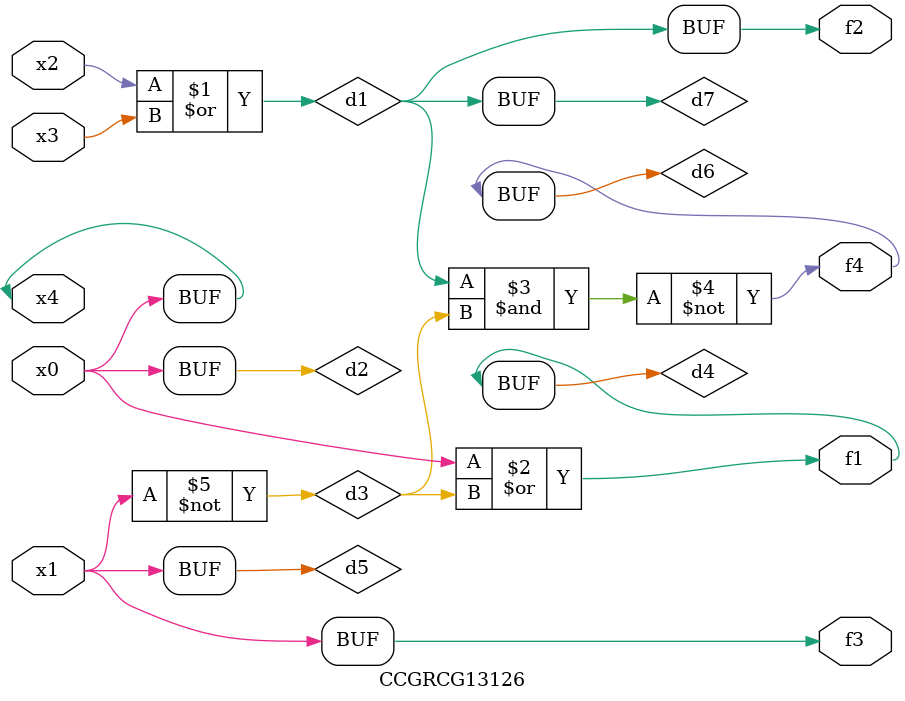
<source format=v>
module CCGRCG13126(
	input x0, x1, x2, x3, x4,
	output f1, f2, f3, f4
);

	wire d1, d2, d3, d4, d5, d6, d7;

	or (d1, x2, x3);
	buf (d2, x0, x4);
	not (d3, x1);
	or (d4, d2, d3);
	not (d5, d3);
	nand (d6, d1, d3);
	or (d7, d1);
	assign f1 = d4;
	assign f2 = d7;
	assign f3 = d5;
	assign f4 = d6;
endmodule

</source>
